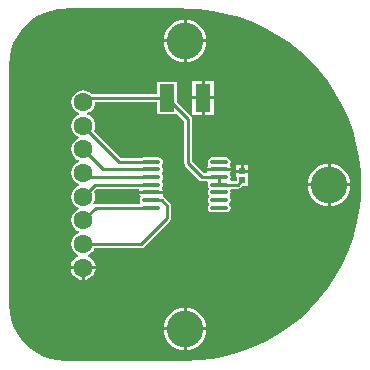
<source format=gtl>
G04 Layer_Physical_Order=1*
G04 Layer_Color=255*
%FSAX24Y24*%
%MOIN*%
G70*
G01*
G75*
%ADD10R,0.0205X0.0205*%
%ADD11O,0.0610X0.0138*%
%ADD12R,0.0512X0.0925*%
%ADD13C,0.0100*%
%ADD14C,0.1220*%
%ADD15C,0.0630*%
G36*
X054950Y025879D02*
X055000Y025869D01*
Y025869D01*
X055002Y025871D01*
X055461Y025853D01*
X055918Y025799D01*
X056371Y025709D01*
X056814Y025583D01*
X057247Y025424D01*
X057665Y025231D01*
X058067Y025006D01*
X058451Y024750D01*
X058813Y024464D01*
X059151Y024151D01*
X059464Y023813D01*
X059750Y023451D01*
X060006Y023067D01*
X060231Y022665D01*
X060424Y022247D01*
X060583Y021814D01*
X060709Y021371D01*
X060799Y020918D01*
X060853Y020461D01*
X060871Y020000D01*
X060853Y019539D01*
X060799Y019082D01*
X060709Y018629D01*
X060583Y018186D01*
X060424Y017753D01*
X060231Y017335D01*
X060006Y016933D01*
X059750Y016549D01*
X059464Y016187D01*
X059151Y015849D01*
X058813Y015536D01*
X058451Y015250D01*
X058067Y014994D01*
X057665Y014769D01*
X057247Y014576D01*
X056814Y014417D01*
X056371Y014291D01*
X055918Y014201D01*
X055461Y014147D01*
X055002Y014129D01*
X055000Y014131D01*
Y014131D01*
X054950Y014121D01*
X054949Y014120D01*
X051052D01*
X051050Y014121D01*
X051000Y014131D01*
Y014131D01*
X050998Y014130D01*
X050756Y014146D01*
X050516Y014193D01*
X050284Y014272D01*
X050065Y014380D01*
X049861Y014516D01*
X049678Y014678D01*
X049516Y014861D01*
X049380Y015065D01*
X049272Y015284D01*
X049193Y015516D01*
X049146Y015756D01*
X049130Y015998D01*
X049131Y016000D01*
X049131D01*
X049121Y016050D01*
X049120Y016051D01*
Y023949D01*
X049121Y023950D01*
X049131Y024000D01*
X049131D01*
X049130Y024002D01*
X049146Y024244D01*
X049193Y024484D01*
X049272Y024716D01*
X049380Y024935D01*
X049516Y025139D01*
X049678Y025322D01*
X049861Y025484D01*
X050065Y025620D01*
X050284Y025728D01*
X050516Y025807D01*
X050756Y025854D01*
X050998Y025870D01*
X051000Y025869D01*
Y025869D01*
X051050Y025879D01*
X051052Y025880D01*
X054949D01*
X054950Y025879D01*
D02*
G37*
%LPC*%
G36*
X060509Y019950D02*
X059850D01*
Y019291D01*
X059939Y019300D01*
X060073Y019341D01*
X060196Y019407D01*
X060305Y019495D01*
X060393Y019604D01*
X060459Y019727D01*
X060500Y019861D01*
X060509Y019950D01*
D02*
G37*
G36*
X059750D02*
X059091D01*
X059100Y019861D01*
X059141Y019727D01*
X059207Y019604D01*
X059295Y019495D01*
X059404Y019407D01*
X059527Y019341D01*
X059661Y019300D01*
X059750Y019291D01*
Y019950D01*
D02*
G37*
G36*
Y020709D02*
X059661Y020700D01*
X059527Y020659D01*
X059404Y020593D01*
X059295Y020505D01*
X059207Y020396D01*
X059141Y020273D01*
X059100Y020139D01*
X059091Y020050D01*
X059750D01*
Y020709D01*
D02*
G37*
G36*
X056850Y020660D02*
X056698D01*
Y020507D01*
X056850D01*
Y020660D01*
D02*
G37*
G36*
X059850Y020709D02*
Y020050D01*
X060509D01*
X060500Y020139D01*
X060459Y020273D01*
X060393Y020396D01*
X060305Y020505D01*
X060196Y020593D01*
X060073Y020659D01*
X059939Y020700D01*
X059850Y020709D01*
D02*
G37*
G36*
X051550Y017191D02*
X051188D01*
X051196Y017133D01*
X051238Y017032D01*
X051304Y016946D01*
X051391Y016879D01*
X051492Y016837D01*
X051550Y016830D01*
Y017191D01*
D02*
G37*
G36*
X055709Y015150D02*
X055050D01*
Y014491D01*
X055139Y014500D01*
X055273Y014541D01*
X055396Y014607D01*
X055505Y014695D01*
X055593Y014804D01*
X055659Y014927D01*
X055700Y015061D01*
X055709Y015150D01*
D02*
G37*
G36*
X054950D02*
X054291D01*
X054300Y015061D01*
X054341Y014927D01*
X054407Y014804D01*
X054495Y014695D01*
X054604Y014607D01*
X054727Y014541D01*
X054861Y014500D01*
X054950Y014491D01*
Y015150D01*
D02*
G37*
G36*
Y015909D02*
X054861Y015900D01*
X054727Y015859D01*
X054604Y015793D01*
X054495Y015705D01*
X054407Y015596D01*
X054341Y015473D01*
X054300Y015339D01*
X054291Y015250D01*
X054950D01*
Y015909D01*
D02*
G37*
G36*
X052012Y017191D02*
X051650D01*
Y016830D01*
X051708Y016837D01*
X051809Y016879D01*
X051896Y016946D01*
X051962Y017032D01*
X052004Y017133D01*
X052012Y017191D01*
D02*
G37*
G36*
X055050Y015909D02*
Y015250D01*
X055709D01*
X055700Y015339D01*
X055659Y015473D01*
X055593Y015596D01*
X055505Y015705D01*
X055396Y015793D01*
X055273Y015859D01*
X055139Y015900D01*
X055050Y015909D01*
D02*
G37*
G36*
X054950Y024750D02*
X054291D01*
X054300Y024661D01*
X054341Y024527D01*
X054407Y024404D01*
X054495Y024295D01*
X054604Y024207D01*
X054727Y024141D01*
X054861Y024100D01*
X054950Y024091D01*
Y024750D01*
D02*
G37*
G36*
X054730Y023442D02*
X054061D01*
Y023032D01*
X051885D01*
X051881Y023037D01*
X051799Y023100D01*
X051703Y023140D01*
X051600Y023153D01*
X051497Y023140D01*
X051401Y023100D01*
X051319Y023037D01*
X051256Y022954D01*
X051216Y022859D01*
X051203Y022756D01*
X051216Y022653D01*
X051256Y022557D01*
X051319Y022475D01*
X051401Y022412D01*
X051459Y022388D01*
Y022334D01*
X051401Y022310D01*
X051319Y022247D01*
X051256Y022164D01*
X051216Y022069D01*
X051203Y021966D01*
X051216Y021863D01*
X051256Y021767D01*
X051319Y021685D01*
X051401Y021622D01*
X051456Y021599D01*
Y021545D01*
X051401Y021522D01*
X051319Y021459D01*
X051256Y021377D01*
X051216Y021281D01*
X051203Y021179D01*
X051216Y021076D01*
X051256Y020980D01*
X051319Y020898D01*
X051401Y020835D01*
X051450Y020814D01*
Y020760D01*
X051401Y020740D01*
X051319Y020677D01*
X051256Y020595D01*
X051216Y020499D01*
X051203Y020396D01*
X051216Y020294D01*
X051256Y020198D01*
X051319Y020115D01*
X051401Y020052D01*
X051459Y020028D01*
Y019974D01*
X051401Y019950D01*
X051319Y019887D01*
X051256Y019805D01*
X051216Y019709D01*
X051203Y019606D01*
X051216Y019504D01*
X051256Y019408D01*
X051319Y019325D01*
X051401Y019262D01*
X051459Y019238D01*
Y019184D01*
X051401Y019160D01*
X051319Y019097D01*
X051256Y019015D01*
X051216Y018919D01*
X051203Y018816D01*
X051216Y018714D01*
X051256Y018618D01*
X051319Y018535D01*
X051401Y018472D01*
X051456Y018450D01*
Y018396D01*
X051401Y018373D01*
X051319Y018310D01*
X051256Y018227D01*
X051216Y018132D01*
X051203Y018029D01*
X051216Y017926D01*
X051256Y017830D01*
X051319Y017748D01*
X051401Y017685D01*
X051428Y017674D01*
X051428Y017620D01*
X051391Y017604D01*
X051304Y017537D01*
X051238Y017451D01*
X051196Y017350D01*
X051188Y017292D01*
X051600D01*
X052012D01*
X052004Y017350D01*
X051962Y017451D01*
X051896Y017537D01*
X051809Y017604D01*
X051772Y017620D01*
X051772Y017674D01*
X051799Y017685D01*
X051881Y017748D01*
X051944Y017830D01*
X051972Y017898D01*
X053529D01*
X053579Y017908D01*
X053622Y017936D01*
X054493Y018807D01*
X054521Y018850D01*
X054531Y018900D01*
Y019300D01*
X054521Y019350D01*
X054493Y019393D01*
X054305Y019581D01*
X054262Y019609D01*
X054253Y019662D01*
X054263Y019678D01*
X054267Y019694D01*
X053868D01*
X053470D01*
X053473Y019678D01*
X053510Y019622D01*
X053506Y019565D01*
X053493Y019546D01*
X053481Y019488D01*
X053493Y019431D01*
X053504Y019414D01*
X053477Y019364D01*
X052016D01*
X051966Y019354D01*
X051965Y019353D01*
X051930Y019390D01*
X051944Y019408D01*
X051984Y019504D01*
X051997Y019606D01*
X051984Y019709D01*
X051956Y019776D01*
X052048Y019869D01*
X053452D01*
X053479Y019819D01*
X053473Y019810D01*
X053470Y019794D01*
X053868D01*
X054267D01*
X054263Y019810D01*
X054226Y019866D01*
X054230Y019923D01*
X054243Y019942D01*
X054255Y020000D01*
X054243Y020058D01*
X054219Y020095D01*
X054214Y020128D01*
X054219Y020161D01*
X054243Y020198D01*
X054255Y020256D01*
X054243Y020314D01*
X054211Y020362D01*
Y020405D01*
X054243Y020454D01*
X054255Y020512D01*
X054243Y020569D01*
X054219Y020606D01*
X054214Y020640D01*
X054219Y020673D01*
X054243Y020710D01*
X054255Y020768D01*
X054243Y020825D01*
X054211Y020874D01*
X054162Y020907D01*
X054104Y020918D01*
X053632D01*
X053574Y020907D01*
X053563Y020899D01*
X052853D01*
X051956Y021796D01*
X051984Y021863D01*
X051997Y021966D01*
X051984Y022069D01*
X051944Y022164D01*
X051881Y022247D01*
X051799Y022310D01*
X051741Y022334D01*
Y022388D01*
X051799Y022412D01*
X051881Y022475D01*
X051944Y022557D01*
X051984Y022653D01*
X051997Y022756D01*
X052009Y022769D01*
X054061D01*
Y022359D01*
X054730D01*
X054730Y022359D01*
Y022359D01*
X054772Y022339D01*
X054969Y022142D01*
Y020714D01*
X054979Y020664D01*
X055007Y020622D01*
X055466Y020163D01*
X055508Y020135D01*
X055558Y020125D01*
X055741D01*
X055768Y020075D01*
X055757Y020058D01*
X055745Y020000D01*
X055757Y019942D01*
X055789Y019894D01*
Y019851D01*
X055757Y019802D01*
X055745Y019744D01*
X055757Y019686D01*
X055781Y019649D01*
X055786Y019616D01*
X055781Y019583D01*
X055757Y019546D01*
X055745Y019488D01*
X055757Y019431D01*
X055789Y019382D01*
Y019339D01*
X055757Y019290D01*
X055745Y019232D01*
X055757Y019175D01*
X055789Y019126D01*
X055838Y019093D01*
X055896Y019082D01*
X056368D01*
X056426Y019093D01*
X056475Y019126D01*
X056507Y019175D01*
X056519Y019232D01*
X056507Y019290D01*
X056475Y019339D01*
Y019382D01*
X056507Y019431D01*
X056519Y019488D01*
X056507Y019546D01*
X056482Y019583D01*
X056478Y019616D01*
X056482Y019649D01*
X056507Y019686D01*
X056519Y019744D01*
X056507Y019802D01*
X056496Y019819D01*
X056523Y019869D01*
X056757D01*
X056808Y019879D01*
X056850Y019907D01*
X056905Y019961D01*
X057081D01*
Y020255D01*
X057102D01*
Y020407D01*
X056698D01*
Y020255D01*
X056719D01*
Y020147D01*
X056703Y020131D01*
X056523D01*
X056496Y020181D01*
X056507Y020198D01*
X056519Y020256D01*
X056507Y020314D01*
X056494Y020333D01*
X056490Y020390D01*
X056527Y020446D01*
X056530Y020462D01*
X056132D01*
X055733D01*
X055737Y020446D01*
X055742Y020437D01*
X055716Y020387D01*
X055613D01*
X055231Y020769D01*
Y022196D01*
X055221Y022246D01*
X055193Y022289D01*
X054730Y022751D01*
Y023442D01*
D02*
G37*
G36*
X055709Y024750D02*
X055050D01*
Y024091D01*
X055139Y024100D01*
X055273Y024141D01*
X055396Y024207D01*
X055505Y024295D01*
X055593Y024404D01*
X055659Y024527D01*
X055700Y024661D01*
X055709Y024750D01*
D02*
G37*
G36*
X055050Y025509D02*
Y024850D01*
X055709D01*
X055700Y024939D01*
X055659Y025073D01*
X055593Y025196D01*
X055505Y025305D01*
X055396Y025393D01*
X055273Y025459D01*
X055139Y025500D01*
X055050Y025509D01*
D02*
G37*
G36*
X054950D02*
X054861Y025500D01*
X054727Y025459D01*
X054604Y025393D01*
X054495Y025305D01*
X054407Y025196D01*
X054341Y025073D01*
X054300Y024939D01*
X054291Y024850D01*
X054950D01*
Y025509D01*
D02*
G37*
G36*
X055952Y023463D02*
X055646D01*
Y022950D01*
X055952D01*
Y023463D01*
D02*
G37*
G36*
X056368Y020918D02*
X055896D01*
X055838Y020907D01*
X055789Y020874D01*
X055757Y020825D01*
X055745Y020768D01*
X055757Y020710D01*
X055770Y020691D01*
X055774Y020634D01*
X055737Y020578D01*
X055733Y020562D01*
X056132D01*
X056530D01*
X056527Y020578D01*
X056490Y020634D01*
X056494Y020691D01*
X056507Y020710D01*
X056519Y020768D01*
X056507Y020825D01*
X056475Y020874D01*
X056426Y020907D01*
X056368Y020918D01*
D02*
G37*
G36*
X057102Y020660D02*
X056950D01*
Y020507D01*
X057102D01*
Y020660D01*
D02*
G37*
G36*
X055546Y022850D02*
X055241D01*
Y022338D01*
X055546D01*
Y022850D01*
D02*
G37*
G36*
Y023463D02*
X055241D01*
Y022950D01*
X055546D01*
Y023463D01*
D02*
G37*
G36*
X055952Y022850D02*
X055646D01*
Y022338D01*
X055952D01*
Y022850D01*
D02*
G37*
%LPD*%
D10*
X056900Y020457D02*
D03*
Y020143D02*
D03*
D11*
X053868Y020768D02*
D03*
Y020512D02*
D03*
Y020256D02*
D03*
Y020000D02*
D03*
Y019744D02*
D03*
Y019488D02*
D03*
Y019232D02*
D03*
X056132Y020768D02*
D03*
Y020512D02*
D03*
Y020256D02*
D03*
Y020000D02*
D03*
Y019744D02*
D03*
Y019488D02*
D03*
Y019232D02*
D03*
D12*
X055596Y022900D02*
D03*
X054396D02*
D03*
D13*
X052798Y020768D02*
X053868D01*
X051600Y021966D02*
X052798Y020768D01*
X054212Y019488D02*
X054400Y019300D01*
Y018900D02*
Y019300D01*
X053529Y018029D02*
X054400Y018900D01*
X053868Y019488D02*
X054212D01*
X051600Y018029D02*
X053529D01*
X052016Y019232D02*
X053868D01*
X051600Y018816D02*
X052016Y019232D01*
X051994Y020000D02*
X053868D01*
X051600Y019606D02*
X051994Y020000D01*
X051740Y020256D02*
X053868D01*
X051600Y020396D02*
X051740Y020256D01*
X052267Y020512D02*
X053868D01*
X051600Y021179D02*
X052267Y020512D01*
X054396Y022900D02*
X055100Y022196D01*
Y020714D02*
Y022196D01*
Y020714D02*
X055558Y020256D01*
X056132D01*
X051744Y022900D02*
X054396D01*
X051600Y022756D02*
X051744Y022900D01*
X056757Y020000D02*
X056900Y020143D01*
X056132Y020000D02*
X056757D01*
X056132D02*
Y020256D01*
D14*
X055000Y015200D02*
D03*
Y024800D02*
D03*
X059800Y020000D02*
D03*
D15*
X051600Y022756D02*
D03*
Y021966D02*
D03*
Y021179D02*
D03*
Y017241D02*
D03*
Y018029D02*
D03*
Y018816D02*
D03*
Y019606D02*
D03*
Y020396D02*
D03*
M02*

</source>
